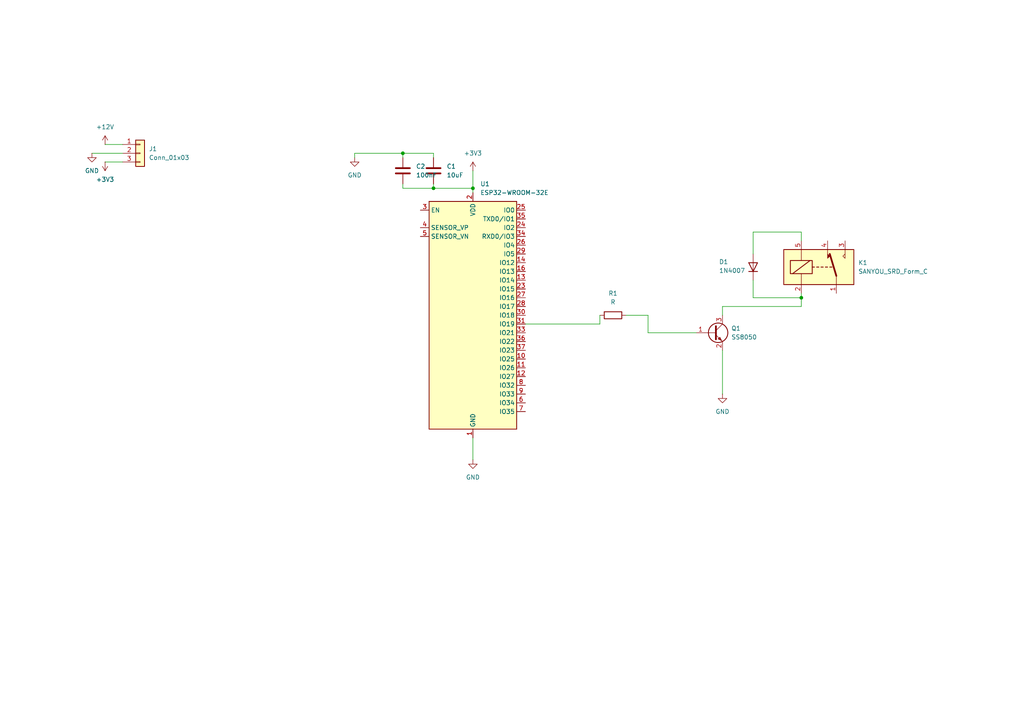
<source format=kicad_sch>
(kicad_sch (version 20250114) (generator "eeschema") (generator_version "9.0")
  (paper "A4")
  (lib_symbols
    (symbol "Connector_Generic:Conn_01x03" (pin_names (offset 1.016) (hide yes))
      (property "Reference" "J" (at 0 5.08 0))
      (property "Value" "Conn_01x03" (at 0 -5.08 0))
      (symbol "Conn_01x03_1_1"
        (rectangle (start -1.27 3.81) (end 1.27 -3.81) (stroke (width 0.254)) (fill (type background)))
        (rectangle (start -1.27 2.667) (end 0 2.413) (stroke (width 0.1524)))
        (rectangle (start -1.27 0.127) (end 0 -0.127) (stroke (width 0.1524)))
        (rectangle (start -1.27 -2.413) (end 0 -2.667) (stroke (width 0.1524)))
        (pin passive line (at -5.08 2.54 0) (length 3.81) (name "Pin_1") (number "1"))
        (pin passive line (at -5.08 0 0) (length 3.81) (name "Pin_2") (number "2"))
        (pin passive line (at -5.08 -2.54 0) (length 3.81) (name "Pin_3") (number "3"))
      )
    )
    (symbol "Device:C" (pin_numbers (hide yes)) (pin_names (offset 0.254))
      (property "Reference" "C" (at 0.635 2.54 0))
      (property "Value" "C" (at 0.635 -2.54 0))
      (symbol "C_0_1"
        (polyline (pts (xy -2.032 0.762) (xy 2.032 0.762)) (stroke (width 0.508)))
        (polyline (pts (xy -2.032 -0.762) (xy 2.032 -0.762)) (stroke (width 0.508)))
      )
      (symbol "C_1_1"
        (pin passive line (at 0 3.81 270) (length 2.794) (name "~") (number "1"))
        (pin passive line (at 0 -3.81 90) (length 2.794) (name "~") (number "2"))
      )
    )
    (symbol "Device:R" (pin_numbers (hide yes)) (pin_names (offset 0))
      (property "Reference" "R" (at 2.032 0 90))
      (property "Value" "R" (at 0 0 90))
      (symbol "R_0_1"
        (rectangle (start -1.016 -2.54) (end 1.016 2.54) (stroke (width 0.254)))
      )
      (symbol "R_1_1"
        (pin passive line (at 0 3.81 270) (length 1.27) (name "~") (number "1"))
        (pin passive line (at 0 -3.81 90) (length 1.27) (name "~") (number "2"))
      )
    )
    (symbol "Diode:1N4007" (pin_numbers (hide yes)) (pin_names (hide yes))
      (property "Reference" "D" (at 0 2.54 0))
      (property "Value" "1N4007" (at 0 -2.54 0))
      (symbol "1N4007_0_1"
        (polyline (pts (xy -1.27 1.27) (xy -1.27 -1.27)) (stroke (width 0.254)))
        (polyline (pts (xy 1.27 1.27) (xy 1.27 -1.27) (xy -1.27 0) (xy 1.27 1.27)) (stroke (width 0.254)))
        (polyline (pts (xy 1.27 0) (xy -1.27 0)))
      )
      (symbol "1N4007_1_1"
        (pin passive line (at -3.81 0 0) (length 2.54) (name "K") (number "1"))
        (pin passive line (at 3.81 0 180) (length 2.54) (name "A") (number "2"))
      )
    )
    (symbol "RF_Module:ESP32-WROOM-32E"
      (property "Reference" "U" (at -12.7 34.29 0))
      (property "Value" "ESP32-WROOM-32E" (at 1.27 34.29 0))
      (symbol "ESP32-WROOM-32E_0_1"
        (rectangle (start -12.7 33.02) (end 12.7 -33.02) (stroke (width 0.254)) (fill (type background)))
      )
      (symbol "ESP32-WROOM-32E_1_1"
        (pin input line (at -15.24 30.48 0) (length 2.54) (name "EN") (number "3"))
        (pin input line (at -15.24 25.4 0) (length 2.54) (name "SENSOR_VP") (number "4"))
        (pin input line (at -15.24 22.86 0) (length 2.54) (name "SENSOR_VN") (number "5"))
        (pin no_connect line (at -12.7 0 0) (length 2.54) (hide yes) (name "NC") (number "21"))
        (pin no_connect line (at -12.7 -2.54 0) (length 2.54) (hide yes) (name "NC") (number "22"))
        (pin no_connect line (at -12.7 -5.08 0) (length 2.54) (hide yes) (name "NC") (number "17"))
        (pin no_connect line (at -12.7 -7.62 0) (length 2.54) (hide yes) (name "NC") (number "18"))
        (pin no_connect line (at -12.7 -10.16 0) (length 2.54) (hide yes) (name "NC") (number "20"))
        (pin no_connect line (at -12.7 -12.7 0) (length 2.54) (hide yes) (name "NC") (number "19"))
        (pin no_connect line (at -12.7 -27.94 0) (length 2.54) (hide yes) (name "NC") (number "32"))
        (pin power_in line (at 0 35.56 270) (length 2.54) (name "VDD") (number "2"))
        (pin power_in line (at 0 -35.56 90) (length 2.54) (name "GND") (number "1"))
        (pin passive line (at 0 -35.56 90) (length 2.54) (hide yes) (name "GND") (number "15"))
        (pin passive line (at 0 -35.56 90) (length 2.54) (hide yes) (name "GND") (number "38"))
        (pin passive line (at 0 -35.56 90) (length 2.54) (hide yes) (name "GND") (number "39"))
        (pin bidirectional line (at 15.24 30.48 180) (length 2.54) (name "IO0") (number "25"))
        (pin bidirectional line (at 15.24 27.94 180) (length 2.54) (name "TXD0/IO1") (number "35"))
        (pin bidirectional line (at 15.24 25.4 180) (length 2.54) (name "IO2") (number "24"))
        (pin bidirectional line (at 15.24 22.86 180) (length 2.54) (name "RXD0/IO3") (number "34"))
        (pin bidirectional line (at 15.24 20.32 180) (length 2.54) (name "IO4") (number "26"))
        (pin bidirectional line (at 15.24 17.78 180) (length 2.54) (name "IO5") (number "29"))
        (pin bidirectional line (at 15.24 15.24 180) (length 2.54) (name "IO12") (number "14"))
        (pin bidirectional line (at 15.24 12.7 180) (length 2.54) (name "IO13") (number "16"))
        (pin bidirectional line (at 15.24 10.16 180) (length 2.54) (name "IO14") (number "13"))
        (pin bidirectional line (at 15.24 7.62 180) (length 2.54) (name "IO15") (number "23"))
        (pin bidirectional line (at 15.24 5.08 180) (length 2.54) (name "IO16") (number "27"))
        (pin bidirectional line (at 15.24 2.54 180) (length 2.54) (name "IO17") (number "28"))
        (pin bidirectional line (at 15.24 0 180) (length 2.54) (name "IO18") (number "30"))
        (pin bidirectional line (at 15.24 -2.54 180) (length 2.54) (name "IO19") (number "31"))
        (pin bidirectional line (at 15.24 -5.08 180) (length 2.54) (name "IO21") (number "33"))
        (pin bidirectional line (at 15.24 -7.62 180) (length 2.54) (name "IO22") (number "36"))
        (pin bidirectional line (at 15.24 -10.16 180) (length 2.54) (name "IO23") (number "37"))
        (pin bidirectional line (at 15.24 -12.7 180) (length 2.54) (name "IO25") (number "10"))
        (pin bidirectional line (at 15.24 -15.24 180) (length 2.54) (name "IO26") (number "11"))
        (pin bidirectional line (at 15.24 -17.78 180) (length 2.54) (name "IO27") (number "12"))
        (pin bidirectional line (at 15.24 -20.32 180) (length 2.54) (name "IO32") (number "8"))
        (pin bidirectional line (at 15.24 -22.86 180) (length 2.54) (name "IO33") (number "9"))
        (pin input line (at 15.24 -25.4 180) (length 2.54) (name "IO34") (number "6"))
        (pin input line (at 15.24 -27.94 180) (length 2.54) (name "IO35") (number "7"))
      )
    )
    (symbol "Relay:SANYOU_SRD_Form_C"
      (property "Reference" "K" (at 11.43 3.81 0))
      (property "Value" "SANYOU_SRD_Form_C" (at 11.43 1.27 0))
      (symbol "SANYOU_SRD_Form_C_0_0"
        (polyline (pts (xy 7.62 5.08) (xy 7.62 2.54) (xy 6.985 3.175) (xy 7.62 3.81)))
      )
      (symbol "SANYOU_SRD_Form_C_0_1"
        (rectangle (start -10.16 5.08) (end 10.16 -5.08) (stroke (width 0.254)) (fill (type background)))
        (rectangle (start -8.255 1.905) (end -1.905 -1.905) (stroke (width 0.254)))
        (polyline (pts (xy -7.62 -1.905) (xy -2.54 1.905)) (stroke (width 0.254)))
        (polyline (pts (xy -5.08 5.08) (xy -5.08 1.905)))
        (polyline (pts (xy -5.08 -5.08) (xy -5.08 -1.905)))
        (polyline (pts (xy -1.905 0) (xy -1.27 0)) (stroke (width 0.254)))
        (polyline (pts (xy -0.635 0) (xy 0 0)) (stroke (width 0.254)))
        (polyline (pts (xy 0.635 0) (xy 1.27 0)) (stroke (width 0.254)))
        (polyline (pts (xy 1.905 0) (xy 2.54 0)) (stroke (width 0.254)))
        (polyline (pts (xy 3.175 0) (xy 3.81 0)) (stroke (width 0.254)))
        (polyline (pts (xy 5.08 -2.54) (xy 3.175 3.81)) (stroke (width 0.508)))
        (polyline (pts (xy 5.08 -2.54) (xy 5.08 -5.08)))
      )
      (symbol "SANYOU_SRD_Form_C_1_1"
        (polyline (pts (xy 2.54 3.81) (xy 3.175 3.175) (xy 2.54 2.54) (xy 2.54 5.08)) (fill (type outline)))
        (pin passive line (at -5.08 7.62 270) (length 2.54) (name "~") (number "5"))
        (pin passive line (at -5.08 -7.62 90) (length 2.54) (name "~") (number "2"))
        (pin passive line (at 2.54 7.62 270) (length 2.54) (name "~") (number "4"))
        (pin passive line (at 5.08 -7.62 90) (length 2.54) (name "~") (number "1"))
        (pin passive line (at 7.62 7.62 270) (length 2.54) (name "~") (number "3"))
      )
    )
    (symbol "Transistor_BJT:SS8050" (pin_names (offset 0) (hide yes))
      (property "Reference" "Q" (at 5.08 1.905 0))
      (property "Value" "SS8050" (at 5.08 0 0))
      (symbol "SS8050_0_1"
        (polyline (pts (xy -2.54 0) (xy 0.635 0)))
        (polyline (pts (xy 0.635 1.905) (xy 0.635 -1.905)) (stroke (width 0.508)))
        (circle (center 1.27 0) (radius 2.8194) (stroke (width 0.254)))
      )
      (symbol "SS8050_1_1"
        (polyline (pts (xy 0.635 0.635) (xy 2.54 2.54)))
        (polyline (pts (xy 0.635 -0.635) (xy 2.54 -2.54)))
        (polyline (pts (xy 1.27 -1.778) (xy 1.778 -1.27) (xy 2.286 -2.286) (xy 1.27 -1.778)) (fill (type outline)))
        (pin input line (at -5.08 0 0) (length 2.54) (name "B") (number "1"))
        (pin passive line (at 2.54 5.08 270) (length 2.54) (name "C") (number "3"))
        (pin passive line (at 2.54 -5.08 90) (length 2.54) (name "E") (number "2"))
      )
    )
    (symbol "power:+12V" (power) (pin_numbers (hide yes)) (pin_names (offset 0) (hide yes))
      (property "Value" "+12V" (at 0 3.556 0))
      (symbol "+12V_0_1"
        (polyline (pts (xy -0.762 1.27) (xy 0 2.54)))
        (polyline (pts (xy 0 2.54) (xy 0.762 1.27)))
        (polyline (pts (xy 0 0) (xy 0 2.54)))
      )
      (symbol "+12V_1_1"
        (pin power_in line (at 0 0 90) (length 0) (name "~") (number "1"))
      )
    )
    (symbol "power:+3V3" (power) (pin_numbers (hide yes)) (pin_names (offset 0) (hide yes))
      (property "Value" "+3V3" (at 0 3.556 0))
      (symbol "+3V3_0_1"
        (polyline (pts (xy -0.762 1.27) (xy 0 2.54)))
        (polyline (pts (xy 0 2.54) (xy 0.762 1.27)))
        (polyline (pts (xy 0 0) (xy 0 2.54)))
      )
      (symbol "+3V3_1_1"
        (pin power_in line (at 0 0 90) (length 0) (name "~") (number "1"))
      )
    )
    (symbol "power:GND" (power) (pin_numbers (hide yes)) (pin_names (offset 0) (hide yes))
      (property "Value" "GND" (at 0 -3.81 0))
      (symbol "GND_0_1"
        (polyline (pts (xy 0 0) (xy 0 -1.27) (xy 1.27 -1.27) (xy 0 -2.54) (xy -1.27 -1.27) (xy 0 -1.27)))
      )
      (symbol "GND_1_1"
        (pin power_in line (at 0 0 270) (length 0) (name "~") (number "1"))
      )
    )
  )
  (junction (at 116.84 44.45))
  (junction (at 125.73 54.61))
  (junction (at 137.16 54.61))
  (junction (at 232.41 86.36))
  (wire (pts (xy 152.4 93.98) (xy 173.99 93.98)))
  (wire (pts (xy 125.73 45.72) (xy 125.73 44.45)))
  (wire (pts (xy 218.44 67.31) (xy 232.41 67.31)))
  (wire (pts (xy 232.41 67.31) (xy 232.41 69.85)))
  (wire (pts (xy 137.16 49.53) (xy 137.16 54.61)))
  (wire (pts (xy 187.96 96.52) (xy 201.93 96.52)))
  (wire (pts (xy 218.44 86.36) (xy 218.44 81.28)))
  (wire (pts (xy 125.73 54.61) (xy 137.16 54.61)))
  (wire (pts (xy 102.87 44.45) (xy 116.84 44.45)))
  (wire (pts (xy 26.67 44.45) (xy 35.56 44.45)))
  (wire (pts (xy 232.41 88.9) (xy 232.41 86.36)))
  (wire (pts (xy 232.41 85.09) (xy 232.41 86.36)))
  (wire (pts (xy 102.87 44.45) (xy 102.87 45.72)))
  (wire (pts (xy 125.73 53.34) (xy 125.73 54.61)))
  (wire (pts (xy 137.16 54.61) (xy 137.16 55.88)))
  (wire (pts (xy 181.61 91.44) (xy 187.96 91.44)))
  (wire (pts (xy 116.84 53.34) (xy 116.84 54.61)))
  (wire (pts (xy 137.16 127) (xy 137.16 133.35)))
  (wire (pts (xy 116.84 54.61) (xy 125.73 54.61)))
  (wire (pts (xy 35.56 41.91) (xy 30.48 41.91)))
  (wire (pts (xy 218.44 73.66) (xy 218.44 67.31)))
  (wire (pts (xy 209.55 88.9) (xy 232.41 88.9)))
  (wire (pts (xy 116.84 44.45) (xy 116.84 45.72)))
  (wire (pts (xy 173.99 93.98) (xy 173.99 91.44)))
  (wire (pts (xy 218.44 86.36) (xy 232.41 86.36)))
  (wire (pts (xy 209.55 101.6) (xy 209.55 114.3)))
  (wire (pts (xy 187.96 96.52) (xy 187.96 91.44)))
  (wire (pts (xy 125.73 44.45) (xy 116.84 44.45)))
  (wire (pts (xy 35.56 46.99) (xy 30.48 46.99)))
  (wire (pts (xy 209.55 91.44) (xy 209.55 88.9)))
  (symbol (lib_id "Connector_Generic:Conn_01x03") (at 40.64 44.45 0) (unit 1)
    (property "Reference" "J1" (at 43.18 43.1799 0) (effects (justify left)))
    (property "Value" "Conn_01x03" (at 43.18 45.7199 0) (effects (justify left)))
    (property "Description" "Generic connector, single row, 01x03, script generated (kicad-library-utils/schlib/autogen/connector/)" (effects (hide yes)))
  )
  (symbol (lib_id "Device:C") (at 116.84 49.53 0) (unit 1)
    (property "Reference" "C2" (at 120.65 48.2599 0) (effects (justify left)))
    (property "Value" "100nF" (at 120.65 50.7999 0) (effects (justify left)))
    (property "Description" "Unpolarized capacitor" (effects (hide yes)))
  )
  (symbol (lib_id "power:GND") (at 26.67 44.45 0) (unit 1)
    (property "Reference" "#PWR03" (effects (hide yes)))
    (property "Value" "GND" (at 26.67 49.53 0))
    (property "Description" "Power symbol creates a global label with name \"GND\" , ground" (effects (hide yes)))
  )
  (symbol (lib_id "power:GND") (at 102.87 45.72 0) (unit 1)
    (property "Reference" "#PWR06" (effects (hide yes)))
    (property "Value" "GND" (at 102.87 50.8 0))
    (property "Description" "Power symbol creates a global label with name \"GND\" , ground" (effects (hide yes)))
  )
  (symbol (lib_id "Device:C") (at 125.73 49.53 0) (unit 1)
    (property "Reference" "C1" (at 129.54 48.2599 0) (effects (justify left)))
    (property "Value" "10uF" (at 129.54 50.7999 0) (effects (justify left)))
    (property "Description" "Unpolarized capacitor" (effects (hide yes)))
  )
  (symbol (lib_id "Transistor_BJT:SS8050") (at 207.01 96.52 0) (unit 1)
    (property "Reference" "Q1" (at 212.09 95.2499 0) (effects (justify left)))
    (property "Value" "SS8050" (at 212.09 97.7899 0) (effects (justify left)))
    (property "Footprint" "Package_TO_SOT_SMD:SOT-23" (effects (hide yes)))
    (property "Datasheet" "http://www.secosgmbh.com/datasheet/products/SSMPTransistor/SOT-23/SS8050.pdf" (effects (hide yes)))
    (property "Description" "General Purpose NPN Transistor, 1.5A Ic, 25V Vce, SOT-23" (effects (hide yes)))
  )
  (symbol (lib_id "Diode:1N4007") (at 218.44 77.47 90) (unit 1)
    (property "Reference" "D1" (at 208.534 75.946 90) (effects (justify right)))
    (property "Value" "1N4007" (at 208.534 78.486 90) (effects (justify right)))
    (property "Footprint" "Diode_THT:D_DO-41_SOD81_P10.16mm_Horizontal" (effects (hide yes)))
    (property "Datasheet" "http://www.vishay.com/docs/88503/1n4001.pdf" (effects (hide yes)))
    (property "Description" "1000V 1A General Purpose Rectifier Diode, DO-41" (effects (hide yes)))
    (property "Sim.Device" "D" (effects (hide yes)))
    (property "Sim.Pins" "1=K 2=A" (effects (hide yes)))
  )
  (symbol (lib_id "power:GND") (at 209.55 114.3 0) (unit 1)
    (property "Reference" "#PWR07" (effects (hide yes)))
    (property "Value" "GND" (at 209.55 119.38 0))
    (property "Description" "Power symbol creates a global label with name \"GND\" , ground" (effects (hide yes)))
  )
  (symbol (lib_id "Relay:SANYOU_SRD_Form_C") (at 237.49 77.47 0) (unit 1)
    (property "Reference" "K1" (at 248.92 76.1999 0) (effects (justify left)))
    (property "Value" "SANYOU_SRD_Form_C" (at 248.92 78.7399 0) (effects (justify left)))
    (property "Footprint" "Relay_THT:Relay_SPDT_SANYOU_SRD_Series_Form_C" (effects (hide yes)))
    (property "Datasheet" "http://www.sanyourelay.ca/public/products/pdf/SRD.pdf" (effects (hide yes)))
    (property "Description" "Sanyo SRD relay, Single Pole Miniature Power Relay," (effects (hide yes)))
  )
  (symbol (lib_id "power:GND") (at 137.16 133.35 0) (unit 1)
    (property "Reference" "#PWR05" (effects (hide yes)))
    (property "Value" "GND" (at 137.16 138.43 0))
    (property "Description" "Power symbol creates a global label with name \"GND\" , ground" (effects (hide yes)))
  )
  (symbol (lib_id "power:+3V3") (at 30.48 46.99 180) (unit 1)
    (property "Reference" "#PWR02" (effects (hide yes)))
    (property "Value" "+3V3" (at 30.48 52.07 0))
    (property "Description" "Power symbol creates a global label with name \"+3V3\"" (effects (hide yes)))
  )
  (symbol (lib_id "RF_Module:ESP32-WROOM-32E") (at 137.16 91.44 0) (unit 1)
    (property "Reference" "U1" (at 139.3033 53.34 0) (effects (justify left)))
    (property "Value" "ESP32-WROOM-32E" (at 139.3033 55.88 0) (effects (justify left)))
    (property "Footprint" "RF_Module:ESP32-WROOM-32D" (effects (hide yes)))
    (property "Datasheet" "https://www.espressif.com/sites/default/files/documentation/esp32-wroom-32e_esp32-wroom-32ue_datasheet_en.pdf" (effects (hide yes)))
    (property "Description" "RF Module, ESP32-D0WD-V3 SoC, without PSRAM, Wi-Fi 802.11b/g/n, Bluetooth, BLE, 32-bit, 2.7-3.6V, onboard antenna, SMD" (effects (hide yes)))
  )
  (symbol (lib_id "Device:R") (at 177.8 91.44 90) (unit 1)
    (property "Reference" "R1" (at 177.8 85.09 90))
    (property "Value" "R" (at 177.8 87.63 90))
    (property "Description" "Resistor" (effects (hide yes)))
  )
  (symbol (lib_id "power:+12V") (at 30.48 41.91 0) (unit 1)
    (property "Reference" "#PWR01" (effects (hide yes)))
    (property "Value" "+12V" (at 30.48 36.83 0))
    (property "Description" "Power symbol creates a global label with name \"+12V\"" (effects (hide yes)))
  )
  (symbol (lib_id "power:+3V3") (at 137.16 49.53 0) (unit 1)
    (property "Reference" "#PWR04" (effects (hide yes)))
    (property "Value" "+3V3" (at 137.16 44.45 0))
    (property "Description" "Power symbol creates a global label with name \"+3V3\"" (effects (hide yes)))
  )
)
</source>
